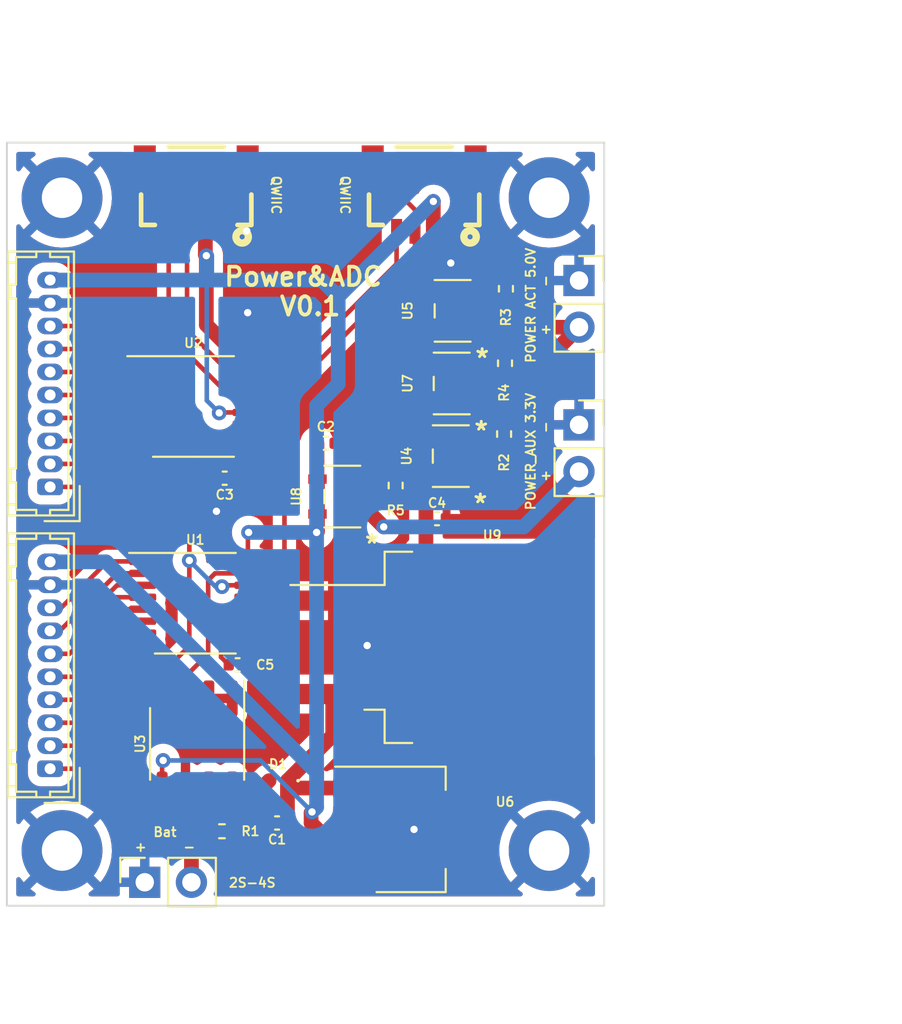
<source format=kicad_pcb>
(kicad_pcb (version 20211014) (generator pcbnew)
  (layers (0 "F.Cu" signal) (31 "B.Cu" signal) (34 "B.Paste" user) (35 "F.Paste" user) (36 "B.SilkS" user "B.Silkscreen") (37 "F.SilkS" user "F.Silkscreen") (38 "B.Mask" user) (39 "F.Mask" user) (44 "Edge.Cuts" user))
  (net 0 "")
  (net 1 "+BATT")
  (net 2 "GND")
  (net 3 "+3V3")
  (net 4 "+5V")
  (net 5 "Net-(D1-Pad2)")
  (net 6 "Net-(J2-Pad2)")
  (net 7 "/CH1")
  (net 8 "/CH2")
  (net 9 "/CH3")
  (net 10 "/CH4")
  (net 11 "/CH5")
  (net 12 "/CH6")
  (net 13 "/CH7")
  (net 14 "/CH8")
  (net 15 "/CH9")
  (net 16 "/CH10")
  (net 17 "/CH11")
  (net 18 "/CH12")
  (net 19 "/CH13")
  (net 20 "/CH14")
  (net 21 "/CH15")
  (net 22 "/CH16")
  (net 23 "/POWER_AUX")
  (net 24 "/POWER_ACT")
  (net 25 "Net-(R2-Pad1)")
  (net 26 "Net-(R3-Pad1)")
  (net 27 "Net-(R4-Pad1)")
  (net 28 "/I2C_SDA")
  (net 29 "/I2C_SCL")
  (net 31 "Net-(R5-Pad1)")
  (net 34 "Net-(U2-Pad10)")
  (net 35 "Net-(U1-Pad10)")
  (footprint "Capacitor_SMD:C_0402_1005Metric" (layer "F.Cu") (at 77.55 94.4)
    (fp_text reference "C5" (at 1.5 0) (layer "F.SilkS") (effects (font (size 0.5 0.5) (thickness 0.1))))
    (fp_text value "0.1uF")
    (pad "1" smd roundrect locked (at -0.48 0) (size 0.56 0.62) (layers "F.Cu" "F.Paste" "F.Mask") (net 35 "Net-(U1-Pad10)"))
    (pad "2" smd roundrect locked (at 0.48 0) (size 0.56 0.62) (layers "F.Cu" "F.Paste" "F.Mask") (net 2 "GND"))
  )
  (footprint "MountingHole:MountingHole_2.2mm_M2_Pad" (layer "F.Cu") (at 94.5 104.5)
    (fp_text reference "H3" hide)
    (fp_text value "MH")
    (pad "1" thru_hole circle locked (at 0 0) (size 4.4 4.4) (drill 2.2) (layers *.Cu *.Mask) (net 2 "GND"))
  )
  (footprint "Diode_SMD:D_0402_1005Metric" (layer "F.Cu") (at 79.75 100.7 180)
    (fp_text reference "D1" (at 0 0.9) (layer "F.SilkS") (effects (font (size 0.5 0.5) (thickness 0.1))))
    (fp_text value "D")
    (pad "1" smd roundrect locked (at -0.485 0 180) (size 0.59 0.64) (layers "F.Cu" "F.Paste" "F.Mask") (net 1 "+BATT"))
    (pad "2" smd roundrect locked (at 0.485 0 180) (size 0.59 0.64) (layers "F.Cu" "F.Paste" "F.Mask") (net 5 "Net-(D1-Pad2)"))
  )
  (footprint "footprints:SY6280AAC" (layer "F.Cu") (at 89.2 79.1 180)
    (fp_text reference "U7" (at 2.4 0 90) (layer "F.SilkS") (effects (font (size 0.5 0.5) (thickness 0.1))))
    (fp_text value "SY6280AAC" hide)
    (fp_text user "*" (at -1.60655 -2.601) (layer "F.SilkS"))
    (fp_text user "*" (at -1.60655 -2.601) (layer "F.SilkS"))
    (pad "1" smd rect locked (at -1.35255 -0.950001 180) (size 1.0033 0.508) (layers "F.Cu" "F.Paste" "F.Mask") (net 24 "/POWER_ACT"))
    (pad "2" smd rect locked (at -1.35255 0 180) (size 1.0033 0.508) (layers "F.Cu" "F.Paste" "F.Mask") (net 2 "GND"))
    (pad "3" smd rect locked (at -1.35255 0.950001 180) (size 1.0033 0.508) (layers "F.Cu" "F.Paste" "F.Mask") (net 27 "Net-(R4-Pad1)"))
    (pad "4" smd rect locked (at 1.35255 0.950001 180) (size 1.0033 0.508) (layers "F.Cu" "F.Paste" "F.Mask") (net 4 "+5V"))
    (pad "5" smd rect locked (at 1.35255 -0.950001 180) (size 1.0033 0.508) (layers "F.Cu" "F.Paste" "F.Mask") (net 4 "+5V"))
  )
  (footprint "Connectors:1X04_1MM_RA" (layer "F.Cu") (at 75.3 70.826285 180)
    (fp_text reference "J5" hide)
    (fp_text value "I2C_STANDARDQWIIC" hide)
    (pad "1" smd rect locked (at -1.4986 0 180) (size 0.59944 1.34874) (layers "F.Cu" "F.Paste" "F.Mask") (net 2 "GND"))
    (pad "2" smd rect locked (at -0.49784 0 180) (size 0.59944 1.34874) (layers "F.Cu" "F.Paste" "F.Mask") (net 3 "+3V3"))
    (pad "3" smd rect locked (at 0.49784 0 180) (size 0.59944 1.34874) (layers "F.Cu" "F.Paste" "F.Mask") (net 28 "/I2C_SDA"))
    (pad "4" smd rect locked (at 1.4986 0 180) (size 0.59944 1.34874) (layers "F.Cu" "F.Paste" "F.Mask") (net 29 "/I2C_SCL"))
    (pad "NC1" smd rect locked (at 2.79908 3.67284 180) (size 1.19888 1.99898) (layers "F.Cu" "F.Paste" "F.Mask"))
    (pad "NC2" smd rect locked (at -2.79908 3.67284 180) (size 1.19888 1.99898) (layers "F.Cu" "F.Paste" "F.Mask"))
  )
  (footprint "Package_SO:SOIC-8_3.9x4.9mm_P1.27mm" (layer "F.Cu") (at 75.35 98.7 -90)
    (fp_text reference "U3" (at 0 3.1 90) (layer "F.SilkS") (effects (font (size 0.5 0.5) (thickness 0.1))))
    (fp_text value "INA219AxD")
    (pad "1" smd roundrect locked (at -2.475 -1.905 270) (size 1.95 0.6) (layers "F.Cu" "F.Paste" "F.Mask") (net 2 "GND"))
    (pad "2" smd roundrect locked (at -2.475 -0.635 270) (size 1.95 0.6) (layers "F.Cu" "F.Paste" "F.Mask") (net 2 "GND"))
    (pad "3" smd roundrect locked (at -2.475 0.635 270) (size 1.95 0.6) (layers "F.Cu" "F.Paste" "F.Mask") (net 28 "/I2C_SDA"))
    (pad "4" smd roundrect locked (at -2.475 1.905 270) (size 1.95 0.6) (layers "F.Cu" "F.Paste" "F.Mask") (net 29 "/I2C_SCL"))
    (pad "5" smd roundrect locked (at 2.475 1.905 270) (size 1.95 0.6) (layers "F.Cu" "F.Paste" "F.Mask") (net 3 "+3V3"))
    (pad "6" smd roundrect locked (at 2.475 0.635 270) (size 1.95 0.6) (layers "F.Cu" "F.Paste" "F.Mask") (net 2 "GND"))
    (pad "7" smd roundrect locked (at 2.475 -0.635 270) (size 1.95 0.6) (layers "F.Cu" "F.Paste" "F.Mask") (net 6 "Net-(J2-Pad2)"))
    (pad "8" smd roundrect locked (at 2.475 -1.905 270) (size 1.95 0.6) (layers "F.Cu" "F.Paste" "F.Mask") (net 5 "Net-(D1-Pad2)"))
  )
  (footprint "Capacitor_SMD:C_0402_1005Metric" (layer "F.Cu") (at 82.35 82.35)
    (fp_text reference "C2" (at 0 -0.9) (layer "F.SilkS") (effects (font (size 0.5 0.5) (thickness 0.1))))
    (fp_text value "22uF")
    (pad "1" smd roundrect locked (at -0.48 0) (size 0.56 0.62) (layers "F.Cu" "F.Paste" "F.Mask") (net 3 "+3V3"))
    (pad "2" smd roundrect locked (at 0.48 0) (size 0.56 0.62) (layers "F.Cu" "F.Paste" "F.Mask") (net 2 "GND"))
  )
  (footprint "Package_SO:TSSOP-16_4.4x5mm_P0.65mm" (layer "F.Cu") (at 75.25 91.05)
    (fp_text reference "U1" (at 0 -3.45) (layer "F.SilkS") (effects (font (size 0.5 0.5) (thickness 0.1))))
    (fp_text value "ADS7830")
    (pad "1" smd roundrect locked (at -2.8625 -2.275) (size 1.475 0.4) (layers "F.Cu" "F.Paste" "F.Mask") (net 7 "/CH1"))
    (pad "2" smd roundrect locked (at -2.8625 -1.625) (size 1.475 0.4) (layers "F.Cu" "F.Paste" "F.Mask") (net 8 "/CH2"))
    (pad "3" smd roundrect locked (at -2.8625 -0.975) (size 1.475 0.4) (layers "F.Cu" "F.Paste" "F.Mask") (net 9 "/CH3"))
    (pad "4" smd roundrect locked (at -2.8625 -0.325) (size 1.475 0.4) (layers "F.Cu" "F.Paste" "F.Mask") (net 10 "/CH4"))
    (pad "5" smd roundrect locked (at -2.8625 0.325) (size 1.475 0.4) (layers "F.Cu" "F.Paste" "F.Mask") (net 11 "/CH5"))
    (pad "6" smd roundrect locked (at -2.8625 0.975) (size 1.475 0.4) (layers "F.Cu" "F.Paste" "F.Mask") (net 12 "/CH6"))
    (pad "7" smd roundrect locked (at -2.8625 1.625) (size 1.475 0.4) (layers "F.Cu" "F.Paste" "F.Mask") (net 13 "/CH7"))
    (pad "8" smd roundrect locked (at -2.8625 2.275) (size 1.475 0.4) (layers "F.Cu" "F.Paste" "F.Mask") (net 14 "/CH8"))
    (pad "9" smd roundrect locked (at 2.8625 2.275) (size 1.475 0.4) (layers "F.Cu" "F.Paste" "F.Mask") (net 2 "GND"))
    (pad "10" smd roundrect locked (at 2.8625 1.625) (size 1.475 0.4) (layers "F.Cu" "F.Paste" "F.Mask") (net 35 "Net-(U1-Pad10)"))
    (pad "11" smd roundrect locked (at 2.8625 0.975) (size 1.475 0.4) (layers "F.Cu" "F.Paste" "F.Mask"))
    (pad "12" smd roundrect locked (at 2.8625 0.325) (size 1.475 0.4) (layers "F.Cu" "F.Paste" "F.Mask") (net 2 "GND"))
    (pad "13" smd roundrect locked (at 2.8625 -0.325) (size 1.475 0.4) (layers "F.Cu" "F.Paste" "F.Mask") (net 2 "GND"))
    (pad "14" smd roundrect locked (at 2.8625 -0.975) (size 1.475 0.4) (layers "F.Cu" "F.Paste" "F.Mask") (net 29 "/I2C_SCL"))
    (pad "15" smd roundrect locked (at 2.8625 -1.625) (size 1.475 0.4) (layers "F.Cu" "F.Paste" "F.Mask") (net 28 "/I2C_SDA"))
    (pad "16" smd roundrect locked (at 2.8625 -2.275) (size 1.475 0.4) (layers "F.Cu" "F.Paste" "F.Mask") (net 3 "+3V3"))
  )
  (footprint "Resistor_SMD:R_0402_1005Metric" (layer "F.Cu") (at 86.15 84.65 -90)
    (fp_text reference "R5" (at 1.35 0 180) (layer "F.SilkS") (effects (font (size 0.5 0.5) (thickness 0.1))))
    (fp_text value "3.4K")
    (pad "1" smd roundrect locked (at -0.51 0 270) (size 0.54 0.64) (layers "F.Cu" "F.Paste" "F.Mask") (net 31 "Net-(R5-Pad1)"))
    (pad "2" smd roundrect locked (at 0.51 0 270) (size 0.54 0.64) (layers "F.Cu" "F.Paste" "F.Mask") (net 2 "GND"))
  )
  (footprint "Capacitor_SMD:C_0402_1005Metric" (layer "F.Cu") (at 88.4 86.45)
    (fp_text reference "C4" (at 0 -0.85) (layer "F.SilkS") (effects (font (size 0.5 0.5) (thickness 0.1))))
    (fp_text value "22uF")
    (pad "1" smd roundrect locked (at -0.48 0) (size 0.56 0.62) (layers "F.Cu" "F.Paste" "F.Mask") (net 4 "+5V"))
    (pad "2" smd roundrect locked (at 0.48 0) (size 0.56 0.62) (layers "F.Cu" "F.Paste" "F.Mask") (net 2 "GND"))
  )
  (footprint "Connectors:1X04_1MM_RA" (layer "F.Cu") (at 87.7 70.826285 180)
    (fp_text reference "J1" hide)
    (fp_text value "I2C_STANDARDQWIIC" hide)
    (pad "1" smd rect locked (at -1.4986 0 180) (size 0.59944 1.34874) (layers "F.Cu" "F.Paste" "F.Mask") (net 2 "GND"))
    (pad "2" smd rect locked (at -0.49784 0 180) (size 0.59944 1.34874) (layers "F.Cu" "F.Paste" "F.Mask") (net 3 "+3V3"))
    (pad "3" smd rect locked (at 0.49784 0 180) (size 0.59944 1.34874) (layers "F.Cu" "F.Paste" "F.Mask") (net 28 "/I2C_SDA"))
    (pad "4" smd rect locked (at 1.4986 0 180) (size 0.59944 1.34874) (layers "F.Cu" "F.Paste" "F.Mask") (net 29 "/I2C_SCL"))
    (pad "NC1" smd rect locked (at 2.79908 3.67284 180) (size 1.19888 1.99898) (layers "F.Cu" "F.Paste" "F.Mask"))
    (pad "NC2" smd rect locked (at -2.79908 3.67284 180) (size 1.19888 1.99898) (layers "F.Cu" "F.Paste" "F.Mask"))
  )
  (footprint "Resistor_SMD:R_0402_1005Metric" (layer "F.Cu") (at 76.7 103.45 180)
    (fp_text reference "R1" (at -1.55 0) (layer "F.SilkS") (effects (font (size 0.5 0.5) (thickness 0.1))))
    (fp_text value "0.01R")
    (pad "1" smd roundrect locked (at -0.51 0 180) (size 0.54 0.64) (layers "F.Cu" "F.Paste" "F.Mask") (net 5 "Net-(D1-Pad2)"))
    (pad "2" smd roundrect locked (at 0.51 0 180) (size 0.54 0.64) (layers "F.Cu" "F.Paste" "F.Mask") (net 6 "Net-(J2-Pad2)"))
  )
  (footprint "footprints:SY6280AAC" (layer "F.Cu") (at 89.15 83.05 180)
    (fp_text reference "U4" (at 2.4 0 90) (layer "F.SilkS") (effects (font (size 0.5 0.5) (thickness 0.1))))
    (fp_text value "SY6280AAC" hide)
    (fp_text user "*" (at -1.60655 -2.601) (layer "F.SilkS"))
    (fp_text user "*" (at -1.60655 -2.601) (layer "F.SilkS"))
    (pad "1" smd rect locked (at -1.35255 -0.950001 180) (size 1.0033 0.508) (layers "F.Cu" "F.Paste" "F.Mask") (net 24 "/POWER_ACT"))
    (pad "2" smd rect locked (at -1.35255 0 180) (size 1.0033 0.508) (layers "F.Cu" "F.Paste" "F.Mask") (net 2 "GND"))
    (pad "3" smd rect locked (at -1.35255 0.950001 180) (size 1.0033 0.508) (layers "F.Cu" "F.Paste" "F.Mask") (net 25 "Net-(R2-Pad1)"))
    (pad "4" smd rect locked (at 1.35255 0.950001 180) (size 1.0033 0.508) (layers "F.Cu" "F.Paste" "F.Mask") (net 4 "+5V"))
    (pad "5" smd rect locked (at 1.35255 -0.950001 180) (size 1.0033 0.508) (layers "F.Cu" "F.Paste" "F.Mask") (net 4 "+5V"))
  )
  (footprint "Connector_PinSocket_2.54mm:PinSocket_1x02_P2.54mm_Vertical" (layer "F.Cu") (at 96.125 73.5)
    (fp_text reference "J7" hide)
    (fp_text value "Conn_01x02_Female")
    (pad "1" thru_hole rect locked (at 0 0) (size 1.7 1.7) (drill 1) (layers *.Cu *.Mask) (net 2 "GND"))
    (pad "2" thru_hole oval locked (at 0 2.54) (size 1.7 1.7) (drill 1) (layers *.Cu *.Mask) (net 24 "/POWER_ACT"))
  )
  (footprint "MountingHole:MountingHole_2.2mm_M2_Pad" (layer "F.Cu") (at 68 69)
    (fp_text reference "H4" hide)
    (fp_text value "MH")
    (pad "1" thru_hole circle locked (at 0 0) (size 4.4 4.4) (drill 2.2) (layers *.Cu *.Mask) (net 2 "GND"))
  )
  (footprint "Package_SO:TSSOP-16_4.4x5mm_P0.65mm" (layer "F.Cu") (at 75.15 80.35)
    (fp_text reference "U2" (at 0 -3.45) (layer "F.SilkS") (effects (font (size 0.5 0.5) (thickness 0.1))))
    (fp_text value "ADS7830")
    (pad "1" smd roundrect locked (at -2.8625 -2.275) (size 1.475 0.4) (layers "F.Cu" "F.Paste" "F.Mask") (net 15 "/CH9"))
    (pad "2" smd roundrect locked (at -2.8625 -1.625) (size 1.475 0.4) (layers "F.Cu" "F.Paste" "F.Mask") (net 16 "/CH10"))
    (pad "3" smd roundrect locked (at -2.8625 -0.975) (size 1.475 0.4) (layers "F.Cu" "F.Paste" "F.Mask") (net 17 "/CH11"))
    (pad "4" smd roundrect locked (at -2.8625 -0.325) (size 1.475 0.4) (layers "F.Cu" "F.Paste" "F.Mask") (net 18 "/CH12"))
    (pad "5" smd roundrect locked (at -2.8625 0.325) (size 1.475 0.4) (layers "F.Cu" "F.Paste" "F.Mask") (net 19 "/CH13"))
    (pad "6" smd roundrect locked (at -2.8625 0.975) (size 1.475 0.4) (layers "F.Cu" "F.Paste" "F.Mask") (net 20 "/CH14"))
    (pad "7" smd roundrect locked (at -2.8625 1.625) (size 1.475 0.4) (layers "F.Cu" "F.Paste" "F.Mask") (net 21 "/CH15"))
    (pad "8" smd roundrect locked (at -2.8625 2.275) (size 1.475 0.4) (layers "F.Cu" "F.Paste" "F.Mask") (net 22 "/CH16"))
    (pad "9" smd roundrect locked (at 2.8625 2.275) (size 1.475 0.4) (layers "F.Cu" "F.Paste" "F.Mask") (net 2 "GND"))
    (pad "10" smd roundrect locked (at 2.8625 1.625) (size 1.475 0.4) (layers "F.Cu" "F.Paste" "F.Mask") (net 34 "Net-(U2-Pad10)"))
    (pad "11" smd roundrect locked (at 2.8625 0.975) (size 1.475 0.4) (layers "F.Cu" "F.Paste" "F.Mask"))
    (pad "12" smd roundrect locked (at 2.8625 0.325) (size 1.475 0.4) (layers "F.Cu" "F.Paste" "F.Mask") (net 3 "+3V3"))
    (pad "13" smd roundrect locked (at 2.8625 -0.325) (size 1.475 0.4) (layers "F.Cu" "F.Paste" "F.Mask") (net 2 "GND"))
    (pad "14" smd roundrect locked (at 2.8625 -0.975) (size 1.475 0.4) (layers "F.Cu" "F.Paste" "F.Mask") (net 29 "/I2C_SCL"))
    (pad "15" smd roundrect locked (at 2.8625 -1.625) (size 1.475 0.4) (layers "F.Cu" "F.Paste" "F.Mask") (net 28 "/I2C_SDA"))
    (pad "16" smd roundrect locked (at 2.8625 -2.275) (size 1.475 0.4) (layers "F.Cu" "F.Paste" "F.Mask") (net 3 "+3V3"))
  )
  (footprint "Package_TO_SOT_SMD:SOT-223-5" (layer "F.Cu") (at 86.9 103.35)
    (fp_text reference "U6" (at 5.2 -1.5) (layer "F.SilkS") (effects (font (size 0.5 0.5) (thickness 0.1))))
    (fp_text value "TL1963A-33DCYR")
    (pad "1" smd rect locked (at -3.05 -2.25) (size 2.2 1) (layers "F.Cu" "F.Paste" "F.Mask") (net 1 "+BATT"))
    (pad "2" smd rect locked (at -3.05 -0.75) (size 2.2 1) (layers "F.Cu" "F.Paste" "F.Mask"))
    (pad "3" smd rect locked (at -3.05 0.75) (size 2.2 1) (layers "F.Cu" "F.Paste" "F.Mask") (net 3 "+3V3"))
    (pad "4" smd rect locked (at -3.05 2.25) (size 2.2 1) (layers "F.Cu" "F.Paste" "F.Mask") (net 1 "+BATT"))
    (pad "5" smd rect locked (at 3.25 0) (size 1.8 3.4) (layers "F.Cu" "F.Paste" "F.Mask") (net 2 "GND"))
  )
  (footprint "footprints:SY6280AAC" (layer "F.Cu") (at 83.25 85.25 180)
    (fp_text reference "U8" (at 2.5 0 90) (layer "F.SilkS") (effects (font (size 0.5 0.5) (thickness 0.1))))
    (fp_text value "SY6280AAC" hide)
    (fp_text user "*" (at -1.60655 -2.601) (layer "F.SilkS"))
    (fp_text user "*" (at -1.60655 -2.601) (layer "F.SilkS"))
    (pad "1" smd rect locked (at -1.35255 -0.950001 180) (size 1.0033 0.508) (layers "F.Cu" "F.Paste" "F.Mask") (net 23 "/POWER_AUX"))
    (pad "2" smd rect locked (at -1.35255 0 180) (size 1.0033 0.508) (layers "F.Cu" "F.Paste" "F.Mask") (net 2 "GND"))
    (pad "3" smd rect locked (at -1.35255 0.950001 180) (size 1.0033 0.508) (layers "F.Cu" "F.Paste" "F.Mask") (net 31 "Net-(R5-Pad1)"))
    (pad "4" smd rect locked (at 1.35255 0.950001 180) (size 1.0033 0.508) (layers "F.Cu" "F.Paste" "F.Mask") (net 3 "+3V3"))
    (pad "5" smd rect locked (at 1.35255 -0.950001 180) (size 1.0033 0.508) (layers "F.Cu" "F.Paste" "F.Mask") (net 3 "+3V3"))
  )
  (footprint "Connector_Hirose:Hirose_DF13-10P-1.25DSA_1x10_P1.25mm_Vertical" (layer "F.Cu") (at 67.35 100.05 90)
    (fp_text reference "J3" hide)
    (fp_text value "Conn_01x10_Female")
    (pad "1" thru_hole roundrect locked (at 0 0 90) (size 0.9 1.4) (drill 0.6) (layers *.Cu *.Mask) (net 14 "/CH8"))
    (pad "2" thru_hole oval locked (at 1.25 0 90) (size 0.9 1.4) (drill 0.6) (layers *.Cu *.Mask) (net 13 "/CH7"))
    (pad "3" thru_hole oval locked (at 2.5 0 90) (size 0.9 1.4) (drill 0.6) (layers *.Cu *.Mask) (net 12 "/CH6"))
    (pad "4" thru_hole oval locked (at 3.75 0 90) (size 0.9 1.4) (drill 0.6) (layers *.Cu *.Mask) (net 11 "/CH5"))
    (pad "5" thru_hole oval locked (at 5 0 90) (size 0.9 1.4) (drill 0.6) (layers *.Cu *.Mask) (net 10 "/CH4"))
    (pad "6" thru_hole oval locked (at 6.25 0 90) (size 0.9 1.4) (drill 0.6) (layers *.Cu *.Mask) (net 9 "/CH3"))
    (pad "7" thru_hole oval locked (at 7.5 0 90) (size 0.9 1.4) (drill 0.6) (layers *.Cu *.Mask) (net 8 "/CH2"))
    (pad "8" thru_hole oval locked (at 8.75 0 90) (size 0.9 1.4) (drill 0.6) (layers *.Cu *.Mask) (net 7 "/CH1"))
    (pad "9" thru_hole oval locked (at 10 0 90) (size 0.9 1.4) (drill 0.6) (layers *.Cu *.Mask) (net 2 "GND"))
    (pad "10" thru_hole oval locked (at 11.25 0 90) (size 0.9 1.4) (drill 0.6) (layers *.Cu *.Mask) (net 3 "+3V3"))
  )
  (footprint "Connector_PinSocket_2.54mm:PinSocket_1x02_P2.54mm_Vertical" (layer "F.Cu") (at 96.125 81.35)
    (fp_text reference "J6" hide)
    (fp_text value "Conn_01x02_Female")
    (pad "1" thru_hole rect locked (at 0 0) (size 1.7 1.7) (drill 1) (layers *.Cu *.Mask) (net 2 "GND"))
    (pad "2" thru_hole oval locked (at 0 2.54) (size 1.7 1.7) (drill 1) (layers *.Cu *.Mask) (net 23 "/POWER_AUX"))
  )
  (footprint "Capacitor_SMD:C_0402_1005Metric" (layer "F.Cu") (at 76.85 84.25)
    (fp_text reference "C3" (at 0 0.9) (layer "F.SilkS") (effects (font (size 0.5 0.5) (thickness 0.1))))
    (fp_text value "0.1uF")
    (pad "1" smd roundrect locked (at -0.48 0) (size 0.56 0.62) (layers "F.Cu" "F.Paste" "F.Mask") (net 34 "Net-(U2-Pad10)"))
    (pad "2" smd roundrect locked (at 0.48 0) (size 0.56 0.62) (layers "F.Cu" "F.Paste" "F.Mask") (net 2 "GND"))
  )
  (footprint "MountingHole:MountingHole_2.2mm_M2_Pad" (layer "F.Cu") (at 94.5 69)
    (fp_text reference "H2" hide)
    (fp_text value "MH")
    (pad "1" thru_hole circle locked (at 0 0) (size 4.4 4.4) (drill 2.2) (layers *.Cu *.Mask) (net 2 "GND"))
  )
  (footprint "footprints:SY6280AAC" (layer "F.Cu") (at 89.25 75.15 180)
    (fp_text reference "U5" (at 2.45 0 90) (layer "F.SilkS") (effects (font (size 0.5 0.5) (thickness 0.1))))
    (fp_text value "SY6280AAC" hide)
    (fp_text user "*" (at -1.60655 -2.601) (layer "F.SilkS"))
    (fp_text user "*" (at -1.60655 -2.601) (layer "F.SilkS"))
    (pad "1" smd rect locked (at -1.35255 -0.950001 180) (size 1.0033 0.508) (layers "F.Cu" "F.Paste" "F.Mask") (net 24 "/POWER_ACT"))
    (pad "2" smd rect locked (at -1.35255 0 180) (size 1.0033 0.508) (layers "F.Cu" "F.Paste" "F.Mask") (net 2 "GND"))
    (pad "3" smd rect locked (at -1.35255 0.950001 180) (size 1.0033 0.508) (layers "F.Cu" "F.Paste" "F.Mask") (net 26 "Net-(R3-Pad1)"))
    (pad "4" smd rect locked (at 1.35255 0.950001 180) (size 1.0033 0.508) (layers "F.Cu" "F.Paste" "F.Mask") (net 4 "+5V"))
    (pad "5" smd rect locked (at 1.35255 -0.950001 180) (size 1.0033 0.508) (layers "F.Cu" "F.Paste" "F.Mask") (net 4 "+5V"))
  )
  (footprint "Resistor_SMD:R_0402_1005Metric" (layer "F.Cu") (at 92.05 81.85 -90)
    (fp_text reference "R2" (at 1.55 0 90) (layer "F.SilkS") (effects (font (size 0.5 0.5) (thickness 0.1))))
    (fp_text value "6.8K")
    (pad "1" smd roundrect locked (at -0.51 0 270) (size 0.54 0.64) (layers "F.Cu" "F.Paste" "F.Mask") (net 25 "Net-(R2-Pad1)"))
    (pad "2" smd roundrect locked (at 0.51 0 270) (size 0.54 0.64) (layers "F.Cu" "F.Paste" "F.Mask") (net 2 "GND"))
  )
  (footprint "Connector_PinSocket_2.54mm:PinSocket_1x02_P2.54mm_Vertical" (layer "F.Cu") (at 72.5 106.225 90)
    (fp_text reference "J2" hide)
    (fp_text value "Conn_01x02_Female")
    (pad "1" thru_hole rect locked (at 0 0 90) (size 1.7 1.7) (drill 1) (layers *.Cu *.Mask) (net 2 "GND"))
    (pad "2" thru_hole oval locked (at 0 2.54 90) (size 1.7 1.7) (drill 1) (layers *.Cu *.Mask) (net 6 "Net-(J2-Pad2)"))
  )
  (footprint "MountingHole:MountingHole_2.2mm_M2_Pad" (layer "F.Cu") (at 68 104.5)
    (fp_text reference "H1" hide)
    (fp_text value "MH")
    (pad "1" thru_hole circle locked (at 0 0) (size 4.4 4.4) (drill 2.2) (layers *.Cu *.Mask) (net 2 "GND"))
  )
  (footprint "Resistor_SMD:R_0402_1005Metric" (layer "F.Cu") (at 92.15 73.95 -90)
    (fp_text reference "R3" (at 1.55 0 90) (layer "F.SilkS") (effects (font (size 0.5 0.5) (thickness 0.1))))
    (fp_text value "3.4K")
    (pad "1" smd roundrect locked (at -0.51 0 270) (size 0.54 0.64) (layers "F.Cu" "F.Paste" "F.Mask") (net 26 "Net-(R3-Pad1)"))
    (pad "2" smd roundrect locked (at 0.51 0 270) (size 0.54 0.64) (layers "F.Cu" "F.Paste" "F.Mask") (net 2 "GND"))
  )
  (footprint "Package_TO_SOT_SMD:TO-263-2" (layer "F.Cu") (at 88.5 93.45)
    (fp_text reference "U9" (at 2.9 -6.1 180) (layer "F.SilkS") (effects (font (size 0.5 0.5) (thickness 0.1))))
    (fp_text value "LM1084-5.0")
    (pad "1" smd rect locked (at -5.775 -2.54) (size 4.6 1.1) (layers "F.Cu" "F.Paste" "F.Mask") (net 2 "GND"))
    (pad "2" smd rect locked (at 3.375 0) (size 9.4 10.8) (layers "F.Cu" "F.Mask") (net 4 "+5V"))
    (pad "3" smd rect locked (at -5.775 2.54) (size 4.6 1.1) (layers "F.Cu" "F.Paste" "F.Mask") (net 1 "+BATT"))
  )
  (footprint "Resistor_SMD:R_0402_1005Metric" (layer "F.Cu") (at 92.1 78 -90)
    (fp_text reference "R4" (at 1.6 0.05 90) (layer "F.SilkS") (effects (font (size 0.5 0.5) (thickness 0.1))))
    (fp_text value "3.4K")
    (pad "1" smd roundrect locked (at -0.51 0 270) (size 0.54 0.64) (layers "F.Cu" "F.Paste" "F.Mask") (net 27 "Net-(R4-Pad1)"))
    (pad "2" smd roundrect locked (at 0.51 0 270) (size 0.54 0.64) (layers "F.Cu" "F.Paste" "F.Mask") (net 2 "GND"))
  )
  (footprint "Capacitor_SMD:C_0402_1005Metric" (layer "F.Cu") (at 79.7 103 180)
    (fp_text reference "C1" (at 0 -0.9) (layer "F.SilkS") (effects (font (size 0.5 0.5) (thickness 0.1))))
    (fp_text value "10uF")
    (pad "1" smd roundrect locked (at -0.48 0 180) (size 0.56 0.62) (layers "F.Cu" "F.Paste" "F.Mask") (net 1 "+BATT"))
    (pad "2" smd roundrect locked (at 0.48 0 180) (size 0.56 0.62) (layers "F.Cu" "F.Paste" "F.Mask") (net 2 "GND"))
  )
  (footprint "Connector_Hirose:Hirose_DF13-10P-1.25DSA_1x10_P1.25mm_Vertical" (layer "F.Cu") (at 67.35 84.725 90)
    (fp_text reference "J4" hide)
    (fp_text value "Conn_01x10_Female")
    (pad "1" thru_hole roundrect locked (at 0 0 90) (size 0.9 1.4) (drill 0.6) (layers *.Cu *.Mask) (net 22 "/CH16"))
    (pad "2" thru_hole oval locked (at 1.25 0 90) (size 0.9 1.4) (drill 0.6) (layers *.Cu *.Mask) (net 21 "/CH15"))
    (pad "3" thru_hole oval locked (at 2.5 0 90) (size 0.9 1.4) (drill 0.6) (layers *.Cu *.Mask) (net 20 "/CH14"))
    (pad "4" thru_hole oval locked (at 3.75 0 90) (size 0.9 1.4) (drill 0.6) (layers *.Cu *.Mask) (net 19 "/CH13"))
    (pad "5" thru_hole oval locked (at 5 0 90) (size 0.9 1.4) (drill 0.6) (layers *.Cu *.Mask) (net 18 "/CH12"))
    (pad "6" thru_hole oval locked (at 6.25 0 90) (size 0.9 1.4) (drill 0.6) (layers *.Cu *.Mask) (net 17 "/CH11"))
    (pad "7" thru_hole oval locked (at 7.5 0 90) (size 0.9 1.4) (drill 0.6) (layers *.Cu *.Mask) (net 16 "/CH10"))
    (pad "8" thru_hole oval locked (at 8.75 0 90) (size 0.9 1.4) (drill 0.6) (layers *.Cu *.Mask) (net 15 "/CH9"))
    (pad "9" thru_hole oval locked (at 10 0 90) (size 0.9 1.4) (drill 0.6) (layers *.Cu *.Mask) (net 2 "GND"))
    (pad "10" thru_hole oval locked (at 11.25 0 90) (size 0.9 1.4) (drill 0.6) (layers *.Cu *.Mask) (net 3 "+3V3"))
  )
  (gr_rect (start 65 107.5) (end 97.5 66) (layer "Edge.Cuts") (width 0.1) (fill none))
  (gr_text "Power&ADC \nV0.1" (at 81.5 74.1) (layer "F.SilkS") (effects (font (size 1 1) (thickness 0.2))))
  (gr_text "POWER_AUX 3.3V\n+	  -" (at 93.9 82.8 90) (layer "F.SilkS") (effects (font (size 0.5 0.5) (thickness 0.1))))
  (gr_text "2S-4S" (at 78.35 106.25) (layer "F.SilkS") (effects (font (size 0.5 0.5) (thickness 0.1))))
  (gr_text "QWIIC" (at 83.4 68.85 270) (layer "F.SilkS") (effects (font (size 0.5 0.5) (thickness 0.1))))
  (gr_text "Bat\n+	  -" (at 73.6 103.9) (layer "F.SilkS") (effects (font (size 0.5 0.5) (thickness 0.1))))
  (gr_text "POWER ACT 5.0V\n+	  -" (at 93.9 74.85 90) (layer "F.SilkS") (effects (font (size 0.5 0.5) (thickness 0.1))))
  (gr_text "QWIIC" (at 79.65 68.85 270) (layer "F.SilkS") (effects (font (size 0.5 0.5) (thickness 0.1))))
  (segment (start 80.264519 103.314519) (end 80.264519 100.7) (width 0.8) (layer "F.Cu") (net 1))
  (segment (start 82.725 98.239519) (end 80.264519 100.7) (width 0.8) (layer "F.Cu") (net 1))
  (segment (start 82.725 95.99) (end 82.725 98.239519) (width 0.8) (layer "F.Cu") (net 1))
  (segment (start 83.85 105.6) (end 82.55 105.6) (width 0.8) (layer "F.Cu") (net 1))
  (segment (start 83.85 101.1) (end 80.664519 101.1) (width 0.8) (layer "F.Cu") (net 1))
  (segment (start 80.664519 101.1) (end 80.264519 100.7) (width 0.8) (layer "F.Cu") (net 1))
  (segment (start 82.55 105.6) (end 80.264519 103.314519) (width 0.8) (layer "F.Cu") (net 1))
  (segment (start 79.55 82.1) (end 79.025 82.625) (width 0.25) (layer "F.Cu") (net 2))
  (segment (start 89.1986 70.826285) (end 89.1986 72.5014) (width 0.25) (layer "F.Cu") (net 2))
  (segment (start 91.51 79.1) (end 92.1 78.51) (width 0.25) (layer "F.Cu") (net 2))
  (segment (start 79.025 82.625) (end 78.0125 82.625) (width 0.25) (layer "F.Cu") (net 2))
  (segment (start 78.0125 80.025) (end 79.075 80.025) (width 0.25) (layer "F.Cu") (net 2))
  (segment (start 78.05 70.8) (end 78.05 75.2) (width 0.25) (layer "F.Cu") (net 2))
  (segment (start 77.33 84.25) (end 77.33 83.3075) (width 0.25) (layer "F.Cu") (net 2))
  (segment (start 78.1125 94.3175) (end 78.03 94.4) (width 0.25) (layer "F.Cu") (net 2))
  (segment (start 78.1125 90.725) (end 78.2975 90.91) (width 0.25) (layer "F.Cu") (net 2))
  (segment (start 90.55255 79.1) (end 91.51 79.1) (width 0.25) (layer "F.Cu") (net 2))
  (segment (start 89.1986 72.5014) (end 89.15 72.55) (width 0.25) (layer "F.Cu") (net 2))
  (segment (start 91.36 83.05) (end 90.50255 83.05) (width 0.25) (layer "F.Cu") (net 2))
  (segment (start 90.15 103.35) (end 87.15 103.35) (width 0.25) (layer "F.Cu") (net 2))
  (segment (start 79.55 80.5) (end 79.55 82.1) (width 0.25) (layer "F.Cu") (net 2))
  (segment (start 82.725 91.475) (end 84.6 93.35) (width 0.25) (layer "F.Cu") (net 2))
  (segment (start 76.7986 70.826285) (end 78.023715 70.826285) (width 0.25) (layer "F.Cu") (net 2))
  (segment (start 78.1125 93.325) (end 78.1125 94.3175) (width 0.25) (layer "F.Cu") (net 2))
  (segment (start 79.075 80.025) (end 79.55 80.5) (width 0.25) (layer "F.Cu") (net 2))
  (segment (start 78.2975 90.91) (end 82.725 90.91) (width 0.25) (layer "F.Cu") (net 2))
  (segment (start 78.023715 70.826285) (end 78.05 70.8) (width 0.25) (layer "F.Cu") (net 2))
  (segment (start 92.05 82.36) (end 91.36 83.05) (width 0.25) (layer "F.Cu") (net 2))
  (segment (start 82.725 90.91) (end 82.725 91.475) (width 0.25) (layer "F.Cu") (net 2))
  (segment (start 77.33 83.3075) (end 78.0125 82.625) (width 0.25) (layer "F.Cu") (net 2))
  (segment (start 78.05 75.2) (end 78.1 75.25) (width 0.25) (layer "F.Cu") (net 2))
  (segment (start 75.985 96.225) (end 77.255 96.225) (width 0.25) (layer "F.Cu") (net 2))
  (via (at 78.1 75.25) (size 0.8) (drill 0.4) (layers "F.Cu" "B.Cu") (net 2))
  (via (at 87.15 103.35) (size 0.8) (drill 0.4) (layers "F.Cu" "B.Cu") (net 2))
  (via (at 89.15 72.55) (size 0.8) (drill 0.4) (layers "F.Cu" "B.Cu") (net 2))
  (via (at 84.6 93.35) (size 0.8) (drill 0.4) (layers "F.Cu" "B.Cu") (net 2))
  (via (at 78.05 70.8) (size 0.8) (drill 0.4) (layers "F.Cu" "B.Cu") (net 2))
  (via (at 76.4 86.05) (size 0.8) (drill 0.4) (layers "F.Cu" "B.Cu") (net 2))
  (segment (start 78.1125 88.775) (end 78.1125 87.2375) (width 0.25) (layer "F.Cu") (net 3))
  (segment (start 81.55 102.45) (end 81.6 102.4) (width 0.8) (layer "F.Cu") (net 3))
  (segment (start 83.85 104.1) (end 82.65 104.1) (width 0.8) (layer "F.Cu") (net 3))
  (segment (start 81.55 103) (end 81.55 102.45) (width 0.8) (layer "F.Cu") (net 3))
  (segment (start 81.87 82.35) (end 81.87 83.33) (width 0.8) (layer "F.Cu") (net 3))
  (segment (start 73.445 99.655) (end 73.5 99.6) (width 0.25) (layer "F.Cu") (net 3))
  (segment (start 76.575 80.675) (end 76.55 80.7) (width 0.25) (layer "F.Cu") (net 3))
  (segment (start 75.85 75.9125) (end 77.86298 77.92548) (width 0.8) (layer "F.Cu") (net 3))
  (segment (start 81.89745 87.15255) (end 81.85 87.2) (width 0.8) (layer "F.Cu") (net 3))
  (segment (start 81.87 84.272549) (end 81.89745 84.299999) (width 0.8) (layer "F.Cu") (net 3))
  (segment (start 75.79784 70.826285) (end 75.79784 72.09784) (width 0.8) (layer "F.Cu") (net 3))
  (segment (start 88.19784 69.20216) (end 88.2 69.2) (width 0.8) (layer "F.Cu") (net 3))
  (segment (start 78.0125 80.675) (end 76.575 80.675) (width 0.25) (layer "F.Cu") (net 3))
  (segment (start 81.89745 86.200001) (end 81.89745 87.15255) (width 0.8) (layer "F.Cu") (net 3))
  (segment (start 77.86298 77.92548) (end 78.0125 77.92548) (width 0.8) (layer "F.Cu") (net 3))
  (segment (start 75.79784 72.09784) (end 75.85 72.15) (width 0.8) (layer "F.Cu") (net 3))
  (segment (start 81.85 83.35) (end 81.87 83.33) (width 0.25) (layer "F.Cu") (net 3))
  (segment (start 88.19784 70.826285) (end 88.19784 69.20216) (width 0.8) (layer "F.Cu") (net 3))
  (segment (start 78.1125 87.2375) (end 78.15 87.2) (width 0.25) (layer "F.Cu") (net 3))
  (segment (start 82.65 104.1) (end 81.55 103) (width 0.8) (layer "F.Cu") (net 3))
  (segment (start 81.89745 84.299999) (end 81.89745 86.200001) (width 0.8) (layer "F.Cu") (net 3))
  (segment (start 81.87 83.33) (end 81.87 84.272549) (width 0.8) (layer "F.Cu") (net 3))
  (segment (start 73.445 101.175) (end 73.445 99.655) (width 0.25) (layer "F.Cu") (net 3))
  (segment (start 75.85 72.15) (end 75.85 75.9125) (width 0.8) (layer "F.Cu") (net 3))
  (via (at 81.6 102.4) (size 0.8) (drill 0.4) (layers "F.Cu" "B.Cu") (net 3))
  (via (at 88.2 69.2) (size 0.8) (drill 0.4) (layers "F.Cu" "B.Cu") (net 3))
  (via (at 75.85 72.15) (size 0.8) (drill 0.4) (layers "F.Cu" "B.Cu") (net 3))
  (via (at 73.5 99.6) (size 0.8) (drill 0.4) (layers "F.Cu" "B.Cu") (net 3))
  (via (at 81.85 87.2) (size 0.8) (drill 0.4) (layers "F.Cu" "B.Cu") (net 3))
  (via (at 76.55 80.7) (size 0.8) (drill 0.4) (layers "F.Cu" "B.Cu") (net 3))
  (via (at 78.15 87.2) (size 0.8) (drill 0.4) (layers "F.Cu" "B.Cu") (net 3))
  (segment (start 82.125 73.475) (end 83.025 74.375) (width 0.8) (layer "B.Cu") (net 3))
  (segment (start 81.6 102.4) (end 81.85 102.15) (width 0.8) (layer "B.Cu") (net 3))
  (segment (start 83.025 79.125) (end 81.85 80.3) (width 0.8) (layer "B.Cu") (net 3))
  (segment (start 81.85 102.15) (end 81.85 101.05) (width 0.8) (layer "B.Cu") (net 3))
  (segment (start 81.85 87.2) (end 78.15 87.2) (width 0.8) (layer "B.Cu") (net 3))
  (segment (start 67.35 88.8) (end 70.4 88.8) (width 0.8) (layer "B.Cu") (net 3))
  (segment (start 83.025 79.125) (end 83.025 74.375) (width 0.8) (layer "B.Cu") (net 3))
  (segment (start 81.85 100.25) (end 81.85 101.05) (width 0.8) (layer "B.Cu") (net 3))
  (segment (start 81.85 80.3) (end 81.85 87.2) (width 0.8) (layer "B.Cu") (net 3))
  (segment (start 70.4 88.8) (end 81.85 100.25) (width 0.8) (layer "B.Cu") (net 3))
  (segment (start 81.85 87.2) (end 81.85 98.45) (width 0.8) (layer "B.Cu") (net 3))
  (segment (start 75.85 72.15) (end 75.875 72.175) (width 0.8) (layer "B.Cu") (net 3))
  (segment (start 75.875 80.025) (end 75.875 73.475) (width 0.25) (layer "B.Cu") (net 3))
  (segment (start 78.8 99.6) (end 81.6 102.4) (width 0.25) (layer "B.Cu") (net 3))
  (segment (start 75.875 73.475) (end 82.125 73.475) (width 0.8) (layer "B.Cu") (net 3))
  (segment (start 67.35 73.475) (end 75.875 73.475) (width 0.8) (layer "B.Cu") (net 3))
  (segment (start 73.5 99.6) (end 78.8 99.6) (width 0.25) (layer "B.Cu") (net 3))
  (segment (start 81.85 101.05) (end 81.85 98.45) (width 0.8) (layer "B.Cu") (net 3))
  (segment (start 75.875 72.175) (end 75.875 73.475) (width 0.8) (layer "B.Cu") (net 3))
  (segment (start 83.025 74.375) (end 88.2 69.2) (width 0.8) (layer "B.Cu") (net 3))
  (segment (start 76.55 80.7) (end 75.875 80.025) (width 0.25) (layer "B.Cu") (net 3))
  (segment (start 87.79745 84.000001) (end 87.79745 89.37245) (width 0.8) (layer "F.Cu") (net 4))
  (segment (start 87.89745 83.900001) (end 87.79745 84.000001) (width 0.8) (layer "F.Cu") (net 4))
  (segment (start 87.79745 89.37245) (end 91.875 93.45) (width 0.8) (layer "F.Cu") (net 4))
  (segment (start 87.89745 74.199999) (end 87.89745 83.900001) (width 0.8) (layer "F.Cu") (net 4))
  (segment (start 78.79 101.175) (end 79.265 100.7) (width 0.8) (layer "F.Cu") (net 5))
  (segment (start 77.255 101.175) (end 78.79 101.175) (width 0.8) (layer "F.Cu") (net 5))
  (segment (start 77.21 101.22) (end 77.255 101.175) (width 0.8) (layer "F.Cu") (net 5))
  (segment (start 77.21 103.45) (end 77.21 101.22) (width 0.8) (layer "F.Cu") (net 5))
  (segment (start 75.985 103.245) (end 76.19 103.45) (width 0.8) (layer "F.Cu") (net 6))
  (segment (start 75.04 106.225) (end 75.04 104.6) (width 0.8) (layer "F.Cu") (net 6))
  (segment (start 75.985 101.175) (end 75.985 103.245) (width 0.8) (layer "F.Cu") (net 6))
  (segment (start 75.04 104.6) (end 76.19 103.45) (width 0.8) (layer "F.Cu") (net 6))
  (segment (start 75.04 106.225) (end 74.74 105.925) (width 0.8) (layer "F.Cu") (net 6))
  (segment (start 70.475 88.775) (end 72.3875 88.775) (width 0.25) (layer "F.Cu") (net 7))
  (segment (start 67.95 91.3) (end 70.475 88.775) (width 0.25) (layer "F.Cu") (net 7))
  (segment (start 67.35 91.3) (end 67.95 91.3) (width 0.25) (layer "F.Cu") (net 7))
  (segment (start 67.35 92.55) (end 67.878564 92.55) (width 0.25) (layer "F.Cu") (net 8))
  (segment (start 71.003564 89.425) (end 72.3875 89.425) (width 0.25) (layer "F.Cu") (net 8))
  (segment (start 67.878564 92.55) (end 71.003564 89.425) (width 0.25) (layer "F.Cu") (net 8))
  (segment (start 68.95048 93.25) (end 68.95048 92.113802) (width 0.25) (layer "F.Cu") (net 9))
  (segment (start 68.95048 92.113802) (end 70.989282 90.075) (width 0.25) (layer "F.Cu") (net 9))
  (segment (start 70.989282 90.075) (end 72.3875 90.075) (width 0.25) (layer "F.Cu") (net 9))
  (segment (start 68.40048 93.8) (end 68.95048 93.25) (width 0.25) (layer "F.Cu") (net 9))
  (segment (start 67.35 93.8) (end 68.40048 93.8) (width 0.25) (layer "F.Cu") (net 9))
  (segment (start 67.35 95.05) (end 68.75 95.05) (width 0.25) (layer "F.Cu") (net 10))
  (segment (start 70.975 90.725) (end 72.3875 90.725) (width 0.25) (layer "F.Cu") (net 10))
  (segment (start 69.4 92.3) (end 70.975 90.725) (width 0.25) (layer "F.Cu") (net 10))
  (segment (start 69.4 94.4) (end 69.4 92.3) (width 0.25) (layer "F.Cu") (net 10))
  (segment (start 68.75 95.05) (end 69.4 94.4) (width 0.25) (layer "F.Cu") (net 10))
  (segment (start 69.85 95.35) (end 68.9 96.3) (width 0.25) (layer "F.Cu") (net 11))
  (segment (start 71.025 91.375) (end 69.85 92.55) (width 0.25) (layer "F.Cu") (net 11))
  (segment (start 69.85 92.55) (end 69.85 95.35) (width 0.25) (layer "F.Cu") (net 11))
  (segment (start 68.9 96.3) (end 67.35 96.3) (width 0.25) (layer "F.Cu") (net 11))
  (segment (start 72.3875 91.375) (end 71.025 91.375) (width 0.25) (layer "F.Cu") (net 11))
  (segment (start 71.175 92.025) (end 70.35 92.85) (width 0.25) (layer "F.Cu") (net 12))
  (segment (start 72.3875 92.025) (end 71.175 92.025) (width 0.25) (layer "F.Cu") (net 12))
  (segment (start 70.35 96.6) (end 69.4 97.55) (width 0.25) (layer "F.Cu") (net 12))
  (segment (start 69.4 97.55) (end 67.35 97.55) (width 0.25) (layer "F.Cu") (net 12))
  (segment (start 70.35 92.85) (end 70.35 96.6) (width 0.25) (layer "F.Cu") (net 12))
  (segment (start 69.5 98.8) (end 67.35 98.8) (width 0.25) (layer "F.Cu") (net 13))
  (segment (start 72.3875 92.675) (end 71.275 92.675) (width 0.25) (layer "F.Cu") (net 13))
  (segment (start 70.85 93.1) (end 70.85 97.45) (width 0.25) (layer "F.Cu") (net 13))
  (segment (start 70.85 97.45) (end 69.5 98.8) (width 0.25) (layer "F.Cu") (net 13))
  (segment (start 71.275 92.675) (end 70.85 93.1) (width 0.25) (layer "F.Cu") (net 13))
  (segment (start 72.3875 93.325) (end 71.825 93.325) (width 0.25) (layer "F.Cu") (net 14))
  (segment (start 69.65 100.05) (end 67.35 100.05) (width 0.25) (layer "F.Cu") (net 14))
  (segment (start 71.4 98.3) (end 69.65 100.05) (width 0.25) (layer "F.Cu") (net 14))
  (segment (start 71.825 93.325) (end 71.4 93.75) (width 0.25) (layer "F.Cu") (net 14))
  (segment (start 71.4 93.75) (end 71.4 98.3) (width 0.25) (layer "F.Cu") (net 14))
  (segment (start 70.1875 75.975) (end 72.2875 78.075) (width 0.25) (layer "F.Cu") (net 15))
  (segment (start 67.35 75.975) (end 70.1875 75.975) (width 0.25) (layer "F.Cu") (net 15))
  (segment (start 67.35 75.975) (end 67.5 75.825) (width 0.25) (layer "F.Cu") (net 15))
  (segment (start 69.575 77.225) (end 71.075 78.725) (width 0.25) (layer "F.Cu") (net 16))
  (segment (start 71.075 78.725) (end 72.2875 78.725) (width 0.25) (layer "F.Cu") (net 16))
  (segment (start 67.35 77.225) (end 69.575 77.225) (width 0.25) (layer "F.Cu") (net 16))
  (segment (start 69.675 78.475) (end 70.575 79.375) (width 0.25) (layer "F.Cu") (net 17))
  (segment (start 70.575 79.375) (end 72.2875 79.375) (width 0.25) (layer "F.Cu") (net 17))
  (segment (start 67.35 78.475) (end 69.675 78.475) (width 0.25) (layer "F.Cu") (net 17))
  (segment (start 70.175 80.025) (end 72.2875 80.025) (width 0.25) (layer "F.Cu") (net 18))
  (segment (start 69.875 79.725) (end 70.175 80.025) (width 0.25) (layer "F.Cu") (net 18))
  (segment (start 67.35 79.725) (end 69.875 79.725) (width 0.25) (layer "F.Cu") (net 18))
  (segment (start 67.35 80.975) (end 69.375 80.975) (width 0.25) (layer "F.Cu") (net 19))
  (segment (start 69.375 80.975) (end 69.7 80.65) (width 0.25) (layer "F.Cu") (net 19))
  (segment (start 72.2625 80.65) (end 72.2875 80.675) (width 0.25) (layer "F.Cu") (net 19))
  (segment (start 69.7 80.65) (end 72.2625 80.65) (width 0.25) (layer "F.Cu") (net 19))
  (segment (start 67.35 82.225) (end 69.125 82.225) (width 0.25) (layer "F.Cu") (net 20))
  (segment (start 69.125 82.225) (end 70.025 81.325) (width 0.25) (layer "F.Cu") (net 20))
  (segment (start 70.025 81.325) (end 72.2875 81.325) (width 0.25) (layer "F.Cu") (net 20))
  (segment (start 68.825 83.475) (end 70.325 81.975) (width 0.25) (layer "F.Cu") (net 21))
  (segment (start 67.35 83.475) (end 68.825 83.475) (width 0.25) (layer "F.Cu") (net 21))
  (segment (start 70.325 81.975) (end 72.2875 81.975) (width 0.25) (layer "F.Cu") (net 21))
  (segment (start 70.875 82.625) (end 72.2875 82.625) (width 0.25) (layer "F.Cu") (net 22))
  (segment (start 67.35 84.725) (end 68.775 84.725) (width 0.25) (layer "F.Cu") (net 22))
  (segment (start 68.775 84.725) (end 70.875 82.625) (width 0.25) (layer "F.Cu") (net 22))
  (segment (start 84.800001 86.200001) (end 85.5 86.9) (width 0.8) (layer "F.Cu") (net 23))
  (segment (start 84.60255 86.200001) (end 84.800001 86.200001) (width 0.8) (layer "F.Cu") (net 23))
  (via (at 85.5 86.9) (size 0.8) (drill 0.4) (layers "F.Cu" "B.Cu") (net 23))
  (segment (start 85.5 86.9) (end 93.115 86.9) (width 0.8) (layer "B.Cu") (net 23))
  (segment (start 93.115 86.9) (end 96.125 83.89) (width 0.8) (layer "B.Cu") (net 23))
  (segment (start 96.125 76.04) (end 92.114999 80.050001) (width 0.8) (layer "F.Cu") (net 24))
  (segment (start 96.125 76.04) (end 90.662551 76.04) (width 0.8) (layer "F.Cu") (net 24))
  (segment (start 92.114999 80.050001) (end 90.55255 80.050001) (width 0.8) (layer "F.Cu") (net 24))
  (segment (start 93.55 78.615) (end 96.125 76.04) (width 0.8) (layer "F.Cu") (net 24))
  (segment (start 93.55 83.2) (end 93.55 78.615) (width 0.8) (layer "F.Cu") (net 24))
  (segment (start 90.662551 76.04) (end 90.60255 76.100001) (width 0.8) (layer "F.Cu") (net 24))
  (segment (start 92.749999 84.000001) (end 93.55 83.2) (width 0.8) (layer "F.Cu") (net 24))
  (segment (start 90.50255 84.000001) (end 92.749999 84.000001) (width 0.8) (layer "F.Cu") (net 24))
  (segment (start 90.50255 82.099999) (end 91.290001 82.099999) (width 0.25) (layer "F.Cu") (net 25))
  (segment (start 91.290001 82.099999) (end 92.05 81.34) (width 0.25) (layer "F.Cu") (net 25))
  (segment (start 92.15 73.44) (end 91.362549 73.44) (width 0.25) (layer "F.Cu") (net 26))
  (segment (start 91.362549 73.44) (end 90.60255 74.199999) (width 0.25) (layer "F.Cu") (net 26))
  (segment (start 91.2 77.3) (end 91.91 77.3) (width 0.25) (layer "F.Cu") (net 27))
  (segment (start 90.55255 77.94745) (end 91.2 77.3) (width 0.25) (layer "F.Cu") (net 27))
  (segment (start 90.55255 78.149999) (end 90.55255 77.94745) (width 0.25) (layer "F.Cu") (net 27))
  (segment (start 91.91 77.3) (end 92.1 77.49) (width 0.25) (layer "F.Cu") (net 27))
  (segment (start 74.715 96.225) (end 74.7 96.21) (width 0.25) (layer "F.Cu") (net 28))
  (segment (start 74.80216 76.202521) (end 74.80216 70.826285) (width 0.25) (layer "F.Cu") (net 28))
  (segment (start 74.80216 69.901915) (end 74.80216 70.826285) (width 0.25) (layer "F.Cu") (net 28))
  (segment (start 75.95 89.8) (end 75.95 93.8) (width 0.25) (layer "F.Cu") (net 28))
  (segment (start 80.1 79.75) (end 80.1 88.7) (width 0.25) (layer "F.Cu") (net 28))
  (segment (start 79.375 89.425) (end 78.1125 89.425) (width 0.25) (layer "F.Cu") (net 28))
  (segment (start 75.604075 69.1) (end 74.80216 69.901915) (width 0.25) (layer "F.Cu") (net 28))
  (segment (start 78.1125 89.425) (end 76.325 89.425) (width 0.25) (layer "F.Cu") (net 28))
  (segment (start 86.65 69.1) (end 75.604075 69.1) (width 0.25) (layer "F.Cu") (net 28))
  (segment (start 87.20216 72.64784) (end 80.1 79.75) (width 0.25) (layer "F.Cu") (net 28))
  (segment (start 78.0125 78.725) (end 77.324639 78.725) (width 0.25) (layer "F.Cu") (net 28))
  (segment (start 77.324639 78.725) (end 74.80216 76.202521) (width 0.25) (layer "F.Cu") (net 28))
  (segment (start 87.20216 69.65216) (end 86.65 69.1) (width 0.25) (layer "F.Cu") (net 28))
  (segment (start 80.1 88.7) (end 79.375 89.425) (width 0.25) (layer "F.Cu") (net 28))
  (segment (start 87.20216 70.826285) (end 87.20216 72.64784) (width 0.25) (layer "F.Cu") (net 28))
  (segment (start 75.95 93.8) (end 74.715 95.035) (width 0.25) (layer "F.Cu") (net 28))
  (segment (start 87.20216 70.826285) (end 87.20216 69.65216) (width 0.25) (layer "F.Cu") (net 28))
  (segment (start 76.325 89.425) (end 75.95 89.8) (width 0.25) (layer "F.Cu") (net 28))
  (segment (start 74.715 95.035) (end 74.715 96.225) (width 0.25) (layer "F.Cu") (net 28))
  (segment (start 76.3 78.95) (end 74.525 77.175) (width 0.25) (layer "F.Cu") (net 29))
  (segment (start 73.445 96.225) (end 73.445 94.855) (width 0.25) (layer "F.Cu") (net 29))
  (segment (start 86.2014 72.5986) (end 79.425 79.375) (width 0.25) (layer "F.Cu") (net 29))
  (segment (start 78.0125 79.375) (end 76.725 79.375) (width 0.25) (layer "F.Cu") (net 29))
  (segment (start 78.1125 90.075) (end 76.775 90.075) (width 0.25) (layer "F.Cu") (net 29))
  (segment (start 74.925 88.725) (end 74.925 77.575) (width 0.25) (layer "F.Cu") (net 29))
  (segment (start 73.8014 76.4486) (end 73.8014 70.826285) (width 0.25) (layer "F.Cu") (net 29))
  (segment (start 78.0125 79.375) (end 79.425 79.375) (width 0.25) (layer "F.Cu") (net 29))
  (segment (start 73.445 94.855) (end 74.925 93.375) (width 0.25) (layer "F.Cu") (net 29))
  (segment (start 86.2014 70.826285) (end 86.2014 72.5986) (width 0.25) (layer "F.Cu") (net 29))
  (segment (start 76.775 90.075) (end 76.7 90.15) (width 0.25) (layer "F.Cu") (net 29))
  (segment (start 74.925 77.575) (end 74.525 77.175) (width 0.25) (layer "F.Cu") (net 29))
  (segment (start 76.725 79.375) (end 76.3 78.95) (width 0.25) (layer "F.Cu") (net 29))
  (segment (start 74.525 77.175) (end 73.8 76.45) (width 0.25) (layer "F.Cu") (net 29))
  (segment (start 73.8 76.45) (end 73.8014 76.4486) (width 0.25) (layer "F.Cu") (net 29))
  (segment (start 74.925 93.375) (end 74.925 88.725) (width 0.25) (layer "F.Cu") (net 29))
  (via (at 74.925 88.725) (size 0.8) (drill 0.4) (layers "F.Cu" "B.Cu") (net 29))
  (via (at 76.7 90.15) (size 0.8) (drill 0.4) (layers "F.Cu" "B.Cu") (net 29))
  (segment (start 76.7 90.15) (end 76.35 90.15) (width 0.25) (layer "B.Cu") (net 29))
  (segment (start 76.35 90.15) (end 74.925 88.725) (width 0.25) (layer "B.Cu") (net 29))
  (segment (start 84.60255 84.299999) (end 85.990001 84.299999) (width 0.25) (layer "F.Cu") (net 31))
  (segment (start 85.990001 84.299999) (end 86.15 84.14) (width 0.25) (layer "F.Cu") (net 31))
  (segment (start 76.35 82.65) (end 76.35 84.23) (width 0.25) (layer "F.Cu") (net 34))
  (segment (start 78.0125 81.975) (end 77.025 81.975) (width 0.25) (layer "F.Cu") (net 34))
  (segment (start 77.025 81.975) (end 76.35 82.65) (width 0.25) (layer "F.Cu") (net 34))
  (segment (start 76.35 84.23) (end 76.37 84.25) (width 0.25) (layer "F.Cu") (net 34))
  (segment (start 78.1125 92.675) (end 77.025 92.675) (width 0.25) (layer "F.Cu") (net 35))
  (segment (start 76.65 93.98) (end 77.07 94.4) (width 0.25) (layer "F.Cu") (net 35))
  (segment (start 76.65 93.05) (end 76.65 93.98) (width 0.25) (layer "F.Cu") (net 35))
  (segment (start 77.025 92.675) (end 76.65 93.05) (width 0.25) (layer "F.Cu") (net 35))
  (zone (net 2) (net_name "GND") (layer "F.Cu") (connect_pads (clearance 0.508)) (min_thickness 0.254) (fill yes (thermal_gap 0.508) (thermal_bridge_width 0.508))
    (polygon (pts (xy 97.5 107.5) (xy 65 107.5) (xy 65 66) (xy 97.5 66)))
  )
  (zone (net 2) (net_name "GND") (layer "B.Cu") (connect_pads (clearance 0.508)) (min_thickness 0.254) (fill yes (thermal_gap 0.508) (thermal_bridge_width 0.508))
    (polygon (pts (xy 97.5 107.5) (xy 65 107.5) (xy 65 66) (xy 97.5 66)))
  )
)
</source>
